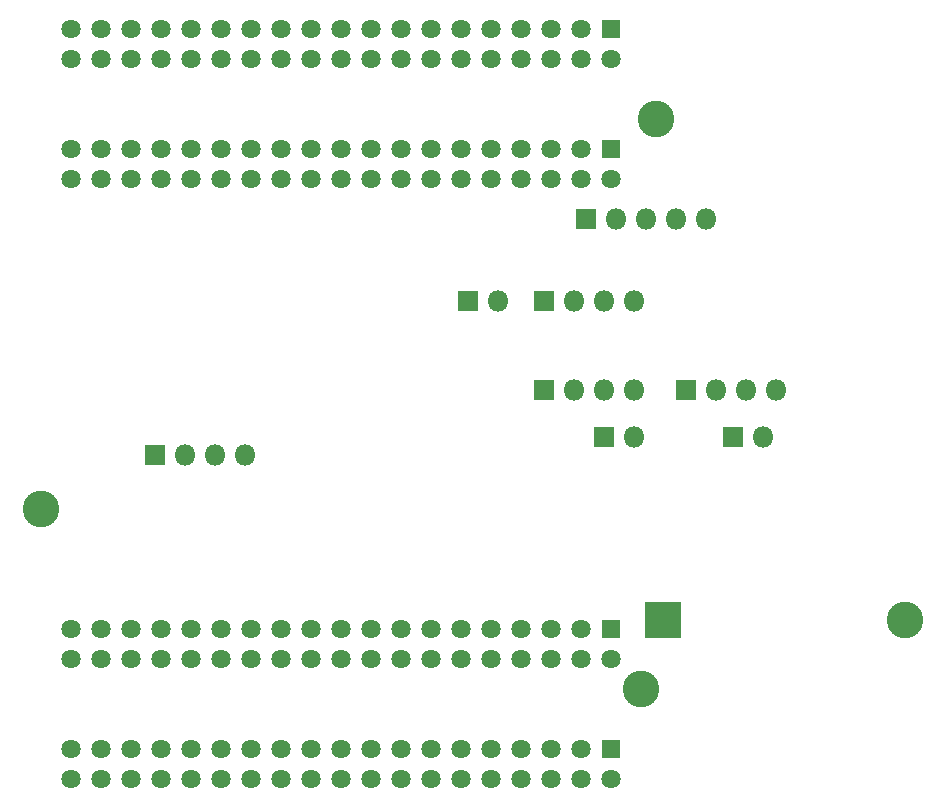
<source format=gts>
%TF.GenerationSoftware,KiCad,Pcbnew,5.1.6-c6e7f7d~86~ubuntu20.04.1*%
%TF.CreationDate,2020-09-07T12:25:12+02:00*%
%TF.ProjectId,Shield_Nucleo,53686965-6c64-45f4-9e75-636c656f2e6b,rev?*%
%TF.SameCoordinates,Original*%
%TF.FileFunction,Soldermask,Top*%
%TF.FilePolarity,Negative*%
%FSLAX46Y46*%
G04 Gerber Fmt 4.6, Leading zero omitted, Abs format (unit mm)*
G04 Created by KiCad (PCBNEW 5.1.6-c6e7f7d~86~ubuntu20.04.1) date 2020-09-07 12:25:12*
%MOMM*%
%LPD*%
G01*
G04 APERTURE LIST*
%ADD10R,3.100000X3.100000*%
%ADD11C,3.100000*%
%ADD12C,1.630000*%
%ADD13R,1.630000X1.630000*%
%ADD14O,1.800000X1.800000*%
%ADD15R,1.800000X1.800000*%
G04 APERTURE END LIST*
D10*
%TO.C,BT1*%
X94000000Y-80000000D03*
D11*
X114490000Y-80000000D03*
%TD*%
D12*
%TO.C,U1*%
X59140000Y-83300000D03*
X43900000Y-83300000D03*
X46440000Y-83300000D03*
X66760000Y-83300000D03*
X66760000Y-80760000D03*
X69300000Y-83300000D03*
X48980000Y-80760000D03*
X51520000Y-83300000D03*
X51520000Y-80760000D03*
X54060000Y-83300000D03*
X54060000Y-80760000D03*
X76920000Y-83300000D03*
X76920000Y-80760000D03*
X79460000Y-83300000D03*
X59140000Y-80760000D03*
X61680000Y-83300000D03*
X61680000Y-80760000D03*
X64220000Y-83300000D03*
X64220000Y-80760000D03*
X87080000Y-83300000D03*
X87080000Y-80760000D03*
X89620000Y-83300000D03*
X69300000Y-80760000D03*
X48980000Y-83300000D03*
X56600000Y-80760000D03*
X46440000Y-80760000D03*
X56600000Y-83300000D03*
X71840000Y-83300000D03*
X71840000Y-80760000D03*
X74380000Y-83300000D03*
X74380000Y-80760000D03*
X79460000Y-80760000D03*
X82000000Y-83300000D03*
X82000000Y-80760000D03*
X84540000Y-83300000D03*
X84540000Y-80760000D03*
X43900000Y-80760000D03*
D13*
X89620000Y-80760000D03*
D12*
X71840000Y-40120000D03*
X74380000Y-40120000D03*
X79460000Y-42660000D03*
X82000000Y-40120000D03*
X66760000Y-40120000D03*
X76920000Y-40120000D03*
X89620000Y-42660000D03*
D13*
X89620000Y-40120000D03*
D12*
X76920000Y-42660000D03*
X84540000Y-40120000D03*
X87080000Y-40120000D03*
X66760000Y-42660000D03*
X48980000Y-42660000D03*
X48980000Y-40120000D03*
X51520000Y-42660000D03*
X59140000Y-42660000D03*
X59140000Y-40120000D03*
X61680000Y-42660000D03*
X87080000Y-42660000D03*
X43900000Y-40120000D03*
X84540000Y-42660000D03*
X74380000Y-42660000D03*
X43900000Y-42660000D03*
X46440000Y-42660000D03*
X46440000Y-40120000D03*
X69300000Y-42660000D03*
X69300000Y-40120000D03*
X71840000Y-42660000D03*
X51520000Y-40120000D03*
X54060000Y-42660000D03*
X54060000Y-40120000D03*
X56600000Y-42660000D03*
X56600000Y-40120000D03*
X79460000Y-40120000D03*
X82000000Y-42660000D03*
X61680000Y-40120000D03*
X64220000Y-42660000D03*
X64220000Y-40120000D03*
D13*
X89620000Y-29960000D03*
D12*
X43900000Y-29960000D03*
X89620000Y-32500000D03*
X87080000Y-29960000D03*
X87080000Y-32500000D03*
X84540000Y-29960000D03*
X84540000Y-32500000D03*
X82000000Y-29960000D03*
X82000000Y-32500000D03*
X79460000Y-29960000D03*
X79460000Y-32500000D03*
X76920000Y-29960000D03*
X76920000Y-32500000D03*
X74380000Y-29960000D03*
X74380000Y-32500000D03*
X71840000Y-29960000D03*
X71840000Y-32500000D03*
X69300000Y-29960000D03*
X69300000Y-32500000D03*
X66760000Y-29960000D03*
X66760000Y-32500000D03*
X64220000Y-29960000D03*
X64220000Y-32500000D03*
X61680000Y-29960000D03*
X61680000Y-32500000D03*
X59140000Y-29960000D03*
X59140000Y-32500000D03*
X56600000Y-29960000D03*
X56600000Y-32500000D03*
X54060000Y-29960000D03*
X54060000Y-32500000D03*
X51520000Y-29960000D03*
X51520000Y-32500000D03*
X48980000Y-29960000D03*
X48980000Y-32500000D03*
X46440000Y-29960000D03*
X46440000Y-32500000D03*
X43900000Y-32500000D03*
D13*
X89620000Y-90920000D03*
D12*
X43900000Y-90920000D03*
X89620000Y-93460000D03*
X87080000Y-90920000D03*
X87080000Y-93460000D03*
X84540000Y-90920000D03*
X84540000Y-93460000D03*
X82000000Y-90920000D03*
X82000000Y-93460000D03*
X79460000Y-90920000D03*
X79460000Y-93460000D03*
X76920000Y-90920000D03*
X76920000Y-93460000D03*
X74380000Y-90920000D03*
X74380000Y-93460000D03*
X71840000Y-90920000D03*
X71840000Y-93460000D03*
X69300000Y-90920000D03*
X69300000Y-93460000D03*
X66760000Y-90920000D03*
X66760000Y-93460000D03*
X64220000Y-90920000D03*
X64220000Y-93460000D03*
X61680000Y-90920000D03*
X61680000Y-93460000D03*
X59140000Y-90920000D03*
X59140000Y-93460000D03*
X56600000Y-90920000D03*
X56600000Y-93460000D03*
X54060000Y-90920000D03*
X54060000Y-93460000D03*
X51520000Y-90920000D03*
X51520000Y-93460000D03*
X48980000Y-90920000D03*
X48980000Y-93460000D03*
X46440000Y-90920000D03*
X46440000Y-93460000D03*
X43900000Y-93460000D03*
D11*
X41360000Y-70600000D03*
X92160000Y-85840000D03*
X93430000Y-37580000D03*
%TD*%
D14*
%TO.C,J1*%
X92580000Y-46000000D03*
D15*
X51000000Y-66000000D03*
D14*
X58620000Y-66000000D03*
X56080000Y-66000000D03*
X53540000Y-66000000D03*
X95120000Y-46000000D03*
D15*
X87500000Y-46000000D03*
D14*
X97660000Y-46000000D03*
X90040000Y-46000000D03*
X91540000Y-64500000D03*
D15*
X89000000Y-64500000D03*
D14*
X102540000Y-64500000D03*
D15*
X100000000Y-64500000D03*
X77500000Y-53000000D03*
D14*
X80040000Y-53000000D03*
X86540000Y-60500000D03*
D15*
X84000000Y-60500000D03*
D14*
X89080000Y-60500000D03*
X91620000Y-60500000D03*
X89080000Y-53000000D03*
X86540000Y-53000000D03*
X91620000Y-53000000D03*
D15*
X84000000Y-53000000D03*
D14*
X101080000Y-60500000D03*
X103620000Y-60500000D03*
D15*
X96000000Y-60500000D03*
D14*
X98540000Y-60500000D03*
%TD*%
M02*

</source>
